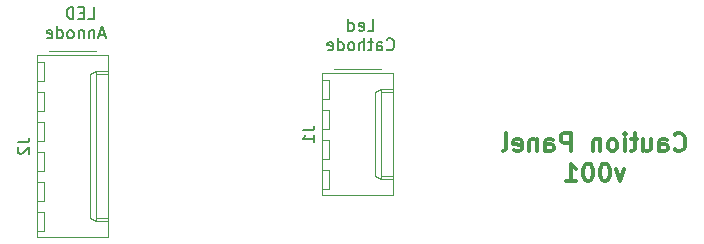
<source format=gbr>
G04 #@! TF.GenerationSoftware,KiCad,Pcbnew,(5.1.5-0-10_14)*
G04 #@! TF.CreationDate,2020-06-21T14:20:04+10:00*
G04 #@! TF.ProjectId,Caution_Light_Panel,43617574-696f-46e5-9f4c-696768745f50,rev?*
G04 #@! TF.SameCoordinates,Original*
G04 #@! TF.FileFunction,Legend,Bot*
G04 #@! TF.FilePolarity,Positive*
%FSLAX46Y46*%
G04 Gerber Fmt 4.6, Leading zero omitted, Abs format (unit mm)*
G04 Created by KiCad (PCBNEW (5.1.5-0-10_14)) date 2020-06-21 14:20:04*
%MOMM*%
%LPD*%
G04 APERTURE LIST*
%ADD10C,0.150000*%
%ADD11C,0.300000*%
%ADD12C,0.120000*%
G04 APERTURE END LIST*
D10*
X136659809Y-79637380D02*
X137136000Y-79637380D01*
X137136000Y-78637380D01*
X136326476Y-79113571D02*
X135993142Y-79113571D01*
X135850285Y-79637380D02*
X136326476Y-79637380D01*
X136326476Y-78637380D01*
X135850285Y-78637380D01*
X135421714Y-79637380D02*
X135421714Y-78637380D01*
X135183619Y-78637380D01*
X135040761Y-78685000D01*
X134945523Y-78780238D01*
X134897904Y-78875476D01*
X134850285Y-79065952D01*
X134850285Y-79208809D01*
X134897904Y-79399285D01*
X134945523Y-79494523D01*
X135040761Y-79589761D01*
X135183619Y-79637380D01*
X135421714Y-79637380D01*
X138112190Y-81001666D02*
X137636000Y-81001666D01*
X138207428Y-81287380D02*
X137874095Y-80287380D01*
X137540761Y-81287380D01*
X137207428Y-80620714D02*
X137207428Y-81287380D01*
X137207428Y-80715952D02*
X137159809Y-80668333D01*
X137064571Y-80620714D01*
X136921714Y-80620714D01*
X136826476Y-80668333D01*
X136778857Y-80763571D01*
X136778857Y-81287380D01*
X136302666Y-80620714D02*
X136302666Y-81287380D01*
X136302666Y-80715952D02*
X136255047Y-80668333D01*
X136159809Y-80620714D01*
X136016952Y-80620714D01*
X135921714Y-80668333D01*
X135874095Y-80763571D01*
X135874095Y-81287380D01*
X135255047Y-81287380D02*
X135350285Y-81239761D01*
X135397904Y-81192142D01*
X135445523Y-81096904D01*
X135445523Y-80811190D01*
X135397904Y-80715952D01*
X135350285Y-80668333D01*
X135255047Y-80620714D01*
X135112190Y-80620714D01*
X135016952Y-80668333D01*
X134969333Y-80715952D01*
X134921714Y-80811190D01*
X134921714Y-81096904D01*
X134969333Y-81192142D01*
X135016952Y-81239761D01*
X135112190Y-81287380D01*
X135255047Y-81287380D01*
X134064571Y-81287380D02*
X134064571Y-80287380D01*
X134064571Y-81239761D02*
X134159809Y-81287380D01*
X134350285Y-81287380D01*
X134445523Y-81239761D01*
X134493142Y-81192142D01*
X134540761Y-81096904D01*
X134540761Y-80811190D01*
X134493142Y-80715952D01*
X134445523Y-80668333D01*
X134350285Y-80620714D01*
X134159809Y-80620714D01*
X134064571Y-80668333D01*
X133207428Y-81239761D02*
X133302666Y-81287380D01*
X133493142Y-81287380D01*
X133588380Y-81239761D01*
X133636000Y-81144523D01*
X133636000Y-80763571D01*
X133588380Y-80668333D01*
X133493142Y-80620714D01*
X133302666Y-80620714D01*
X133207428Y-80668333D01*
X133159809Y-80763571D01*
X133159809Y-80858809D01*
X133636000Y-80954047D01*
D11*
X186328000Y-90700714D02*
X186399428Y-90772142D01*
X186613714Y-90843571D01*
X186756571Y-90843571D01*
X186970857Y-90772142D01*
X187113714Y-90629285D01*
X187185142Y-90486428D01*
X187256571Y-90200714D01*
X187256571Y-89986428D01*
X187185142Y-89700714D01*
X187113714Y-89557857D01*
X186970857Y-89415000D01*
X186756571Y-89343571D01*
X186613714Y-89343571D01*
X186399428Y-89415000D01*
X186328000Y-89486428D01*
X185042285Y-90843571D02*
X185042285Y-90057857D01*
X185113714Y-89915000D01*
X185256571Y-89843571D01*
X185542285Y-89843571D01*
X185685142Y-89915000D01*
X185042285Y-90772142D02*
X185185142Y-90843571D01*
X185542285Y-90843571D01*
X185685142Y-90772142D01*
X185756571Y-90629285D01*
X185756571Y-90486428D01*
X185685142Y-90343571D01*
X185542285Y-90272142D01*
X185185142Y-90272142D01*
X185042285Y-90200714D01*
X183685142Y-89843571D02*
X183685142Y-90843571D01*
X184328000Y-89843571D02*
X184328000Y-90629285D01*
X184256571Y-90772142D01*
X184113714Y-90843571D01*
X183899428Y-90843571D01*
X183756571Y-90772142D01*
X183685142Y-90700714D01*
X183185142Y-89843571D02*
X182613714Y-89843571D01*
X182970857Y-89343571D02*
X182970857Y-90629285D01*
X182899428Y-90772142D01*
X182756571Y-90843571D01*
X182613714Y-90843571D01*
X182113714Y-90843571D02*
X182113714Y-89843571D01*
X182113714Y-89343571D02*
X182185142Y-89415000D01*
X182113714Y-89486428D01*
X182042285Y-89415000D01*
X182113714Y-89343571D01*
X182113714Y-89486428D01*
X181185142Y-90843571D02*
X181328000Y-90772142D01*
X181399428Y-90700714D01*
X181470857Y-90557857D01*
X181470857Y-90129285D01*
X181399428Y-89986428D01*
X181328000Y-89915000D01*
X181185142Y-89843571D01*
X180970857Y-89843571D01*
X180828000Y-89915000D01*
X180756571Y-89986428D01*
X180685142Y-90129285D01*
X180685142Y-90557857D01*
X180756571Y-90700714D01*
X180828000Y-90772142D01*
X180970857Y-90843571D01*
X181185142Y-90843571D01*
X180042285Y-89843571D02*
X180042285Y-90843571D01*
X180042285Y-89986428D02*
X179970857Y-89915000D01*
X179828000Y-89843571D01*
X179613714Y-89843571D01*
X179470857Y-89915000D01*
X179399428Y-90057857D01*
X179399428Y-90843571D01*
X177542285Y-90843571D02*
X177542285Y-89343571D01*
X176970857Y-89343571D01*
X176828000Y-89415000D01*
X176756571Y-89486428D01*
X176685142Y-89629285D01*
X176685142Y-89843571D01*
X176756571Y-89986428D01*
X176828000Y-90057857D01*
X176970857Y-90129285D01*
X177542285Y-90129285D01*
X175399428Y-90843571D02*
X175399428Y-90057857D01*
X175470857Y-89915000D01*
X175613714Y-89843571D01*
X175899428Y-89843571D01*
X176042285Y-89915000D01*
X175399428Y-90772142D02*
X175542285Y-90843571D01*
X175899428Y-90843571D01*
X176042285Y-90772142D01*
X176113714Y-90629285D01*
X176113714Y-90486428D01*
X176042285Y-90343571D01*
X175899428Y-90272142D01*
X175542285Y-90272142D01*
X175399428Y-90200714D01*
X174685142Y-89843571D02*
X174685142Y-90843571D01*
X174685142Y-89986428D02*
X174613714Y-89915000D01*
X174470857Y-89843571D01*
X174256571Y-89843571D01*
X174113714Y-89915000D01*
X174042285Y-90057857D01*
X174042285Y-90843571D01*
X172756571Y-90772142D02*
X172899428Y-90843571D01*
X173185142Y-90843571D01*
X173328000Y-90772142D01*
X173399428Y-90629285D01*
X173399428Y-90057857D01*
X173328000Y-89915000D01*
X173185142Y-89843571D01*
X172899428Y-89843571D01*
X172756571Y-89915000D01*
X172685142Y-90057857D01*
X172685142Y-90200714D01*
X173399428Y-90343571D01*
X171828000Y-90843571D02*
X171970857Y-90772142D01*
X172042285Y-90629285D01*
X172042285Y-89343571D01*
X182078000Y-92393571D02*
X181720857Y-93393571D01*
X181363714Y-92393571D01*
X180506571Y-91893571D02*
X180363714Y-91893571D01*
X180220857Y-91965000D01*
X180149428Y-92036428D01*
X180078000Y-92179285D01*
X180006571Y-92465000D01*
X180006571Y-92822142D01*
X180078000Y-93107857D01*
X180149428Y-93250714D01*
X180220857Y-93322142D01*
X180363714Y-93393571D01*
X180506571Y-93393571D01*
X180649428Y-93322142D01*
X180720857Y-93250714D01*
X180792285Y-93107857D01*
X180863714Y-92822142D01*
X180863714Y-92465000D01*
X180792285Y-92179285D01*
X180720857Y-92036428D01*
X180649428Y-91965000D01*
X180506571Y-91893571D01*
X179078000Y-91893571D02*
X178935142Y-91893571D01*
X178792285Y-91965000D01*
X178720857Y-92036428D01*
X178649428Y-92179285D01*
X178578000Y-92465000D01*
X178578000Y-92822142D01*
X178649428Y-93107857D01*
X178720857Y-93250714D01*
X178792285Y-93322142D01*
X178935142Y-93393571D01*
X179078000Y-93393571D01*
X179220857Y-93322142D01*
X179292285Y-93250714D01*
X179363714Y-93107857D01*
X179435142Y-92822142D01*
X179435142Y-92465000D01*
X179363714Y-92179285D01*
X179292285Y-92036428D01*
X179220857Y-91965000D01*
X179078000Y-91893571D01*
X177149428Y-93393571D02*
X178006571Y-93393571D01*
X177578000Y-93393571D02*
X177578000Y-91893571D01*
X177720857Y-92107857D01*
X177863714Y-92250714D01*
X178006571Y-92322142D01*
D10*
X160337428Y-80653380D02*
X160813619Y-80653380D01*
X160813619Y-79653380D01*
X159623142Y-80605761D02*
X159718380Y-80653380D01*
X159908857Y-80653380D01*
X160004095Y-80605761D01*
X160051714Y-80510523D01*
X160051714Y-80129571D01*
X160004095Y-80034333D01*
X159908857Y-79986714D01*
X159718380Y-79986714D01*
X159623142Y-80034333D01*
X159575523Y-80129571D01*
X159575523Y-80224809D01*
X160051714Y-80320047D01*
X158718380Y-80653380D02*
X158718380Y-79653380D01*
X158718380Y-80605761D02*
X158813619Y-80653380D01*
X159004095Y-80653380D01*
X159099333Y-80605761D01*
X159146952Y-80558142D01*
X159194571Y-80462904D01*
X159194571Y-80177190D01*
X159146952Y-80081952D01*
X159099333Y-80034333D01*
X159004095Y-79986714D01*
X158813619Y-79986714D01*
X158718380Y-80034333D01*
X161980285Y-82208142D02*
X162027904Y-82255761D01*
X162170761Y-82303380D01*
X162266000Y-82303380D01*
X162408857Y-82255761D01*
X162504095Y-82160523D01*
X162551714Y-82065285D01*
X162599333Y-81874809D01*
X162599333Y-81731952D01*
X162551714Y-81541476D01*
X162504095Y-81446238D01*
X162408857Y-81351000D01*
X162266000Y-81303380D01*
X162170761Y-81303380D01*
X162027904Y-81351000D01*
X161980285Y-81398619D01*
X161123142Y-82303380D02*
X161123142Y-81779571D01*
X161170761Y-81684333D01*
X161266000Y-81636714D01*
X161456476Y-81636714D01*
X161551714Y-81684333D01*
X161123142Y-82255761D02*
X161218380Y-82303380D01*
X161456476Y-82303380D01*
X161551714Y-82255761D01*
X161599333Y-82160523D01*
X161599333Y-82065285D01*
X161551714Y-81970047D01*
X161456476Y-81922428D01*
X161218380Y-81922428D01*
X161123142Y-81874809D01*
X160789809Y-81636714D02*
X160408857Y-81636714D01*
X160646952Y-81303380D02*
X160646952Y-82160523D01*
X160599333Y-82255761D01*
X160504095Y-82303380D01*
X160408857Y-82303380D01*
X160075523Y-82303380D02*
X160075523Y-81303380D01*
X159646952Y-82303380D02*
X159646952Y-81779571D01*
X159694571Y-81684333D01*
X159789809Y-81636714D01*
X159932666Y-81636714D01*
X160027904Y-81684333D01*
X160075523Y-81731952D01*
X159027904Y-82303380D02*
X159123142Y-82255761D01*
X159170761Y-82208142D01*
X159218380Y-82112904D01*
X159218380Y-81827190D01*
X159170761Y-81731952D01*
X159123142Y-81684333D01*
X159027904Y-81636714D01*
X158885047Y-81636714D01*
X158789809Y-81684333D01*
X158742190Y-81731952D01*
X158694571Y-81827190D01*
X158694571Y-82112904D01*
X158742190Y-82208142D01*
X158789809Y-82255761D01*
X158885047Y-82303380D01*
X159027904Y-82303380D01*
X157837428Y-82303380D02*
X157837428Y-81303380D01*
X157837428Y-82255761D02*
X157932666Y-82303380D01*
X158123142Y-82303380D01*
X158218380Y-82255761D01*
X158266000Y-82208142D01*
X158313619Y-82112904D01*
X158313619Y-81827190D01*
X158266000Y-81731952D01*
X158218380Y-81684333D01*
X158123142Y-81636714D01*
X157932666Y-81636714D01*
X157837428Y-81684333D01*
X156980285Y-82255761D02*
X157075523Y-82303380D01*
X157266000Y-82303380D01*
X157361238Y-82255761D01*
X157408857Y-82160523D01*
X157408857Y-81779571D01*
X157361238Y-81684333D01*
X157266000Y-81636714D01*
X157075523Y-81636714D01*
X156980285Y-81684333D01*
X156932666Y-81779571D01*
X156932666Y-81874809D01*
X157408857Y-81970047D01*
D12*
X132952000Y-97574000D02*
X132352000Y-97574000D01*
X132952000Y-95974000D02*
X132952000Y-97574000D01*
X132352000Y-95974000D02*
X132952000Y-95974000D01*
X132952000Y-95034000D02*
X132352000Y-95034000D01*
X132952000Y-93434000D02*
X132952000Y-95034000D01*
X132352000Y-93434000D02*
X132952000Y-93434000D01*
X132952000Y-92494000D02*
X132352000Y-92494000D01*
X132952000Y-90894000D02*
X132952000Y-92494000D01*
X132352000Y-90894000D02*
X132952000Y-90894000D01*
X132952000Y-89954000D02*
X132352000Y-89954000D01*
X132952000Y-88354000D02*
X132952000Y-89954000D01*
X132352000Y-88354000D02*
X132952000Y-88354000D01*
X132952000Y-87414000D02*
X132352000Y-87414000D01*
X132952000Y-85814000D02*
X132952000Y-87414000D01*
X132352000Y-85814000D02*
X132952000Y-85814000D01*
X132952000Y-84874000D02*
X132352000Y-84874000D01*
X132952000Y-83274000D02*
X132952000Y-84874000D01*
X132352000Y-83274000D02*
X132952000Y-83274000D01*
X138372000Y-96524000D02*
X137372000Y-96524000D01*
X138372000Y-84324000D02*
X137372000Y-84324000D01*
X136842000Y-96524000D02*
X137372000Y-96774000D01*
X136842000Y-84324000D02*
X136842000Y-96524000D01*
X137372000Y-84074000D02*
X136842000Y-84324000D01*
X137372000Y-96774000D02*
X138372000Y-96774000D01*
X137372000Y-84074000D02*
X137372000Y-96774000D01*
X138372000Y-84074000D02*
X137372000Y-84074000D01*
X133382000Y-82404000D02*
X137382000Y-82404000D01*
X132352000Y-98154000D02*
X132352000Y-82694000D01*
X138372000Y-98154000D02*
X132352000Y-98154000D01*
X138372000Y-82694000D02*
X138372000Y-98154000D01*
X132352000Y-82694000D02*
X138372000Y-82694000D01*
X157082000Y-94018000D02*
X156482000Y-94018000D01*
X157082000Y-92418000D02*
X157082000Y-94018000D01*
X156482000Y-92418000D02*
X157082000Y-92418000D01*
X157082000Y-91478000D02*
X156482000Y-91478000D01*
X157082000Y-89878000D02*
X157082000Y-91478000D01*
X156482000Y-89878000D02*
X157082000Y-89878000D01*
X157082000Y-88938000D02*
X156482000Y-88938000D01*
X157082000Y-87338000D02*
X157082000Y-88938000D01*
X156482000Y-87338000D02*
X157082000Y-87338000D01*
X157082000Y-86398000D02*
X156482000Y-86398000D01*
X157082000Y-84798000D02*
X157082000Y-86398000D01*
X156482000Y-84798000D02*
X157082000Y-84798000D01*
X162502000Y-92968000D02*
X161502000Y-92968000D01*
X162502000Y-85848000D02*
X161502000Y-85848000D01*
X160972000Y-92968000D02*
X161502000Y-93218000D01*
X160972000Y-85848000D02*
X160972000Y-92968000D01*
X161502000Y-85598000D02*
X160972000Y-85848000D01*
X161502000Y-93218000D02*
X162502000Y-93218000D01*
X161502000Y-85598000D02*
X161502000Y-93218000D01*
X162502000Y-85598000D02*
X161502000Y-85598000D01*
X157512000Y-83928000D02*
X161512000Y-83928000D01*
X156482000Y-94598000D02*
X156482000Y-84218000D01*
X162502000Y-94598000D02*
X156482000Y-94598000D01*
X162502000Y-84218000D02*
X162502000Y-94598000D01*
X156482000Y-84218000D02*
X162502000Y-84218000D01*
D10*
X130714380Y-90090666D02*
X131428666Y-90090666D01*
X131571523Y-90043047D01*
X131666761Y-89947809D01*
X131714380Y-89804952D01*
X131714380Y-89709714D01*
X130809619Y-90519238D02*
X130762000Y-90566857D01*
X130714380Y-90662095D01*
X130714380Y-90900190D01*
X130762000Y-90995428D01*
X130809619Y-91043047D01*
X130904857Y-91090666D01*
X131000095Y-91090666D01*
X131142952Y-91043047D01*
X131714380Y-90471619D01*
X131714380Y-91090666D01*
X154844380Y-89074666D02*
X155558666Y-89074666D01*
X155701523Y-89027047D01*
X155796761Y-88931809D01*
X155844380Y-88788952D01*
X155844380Y-88693714D01*
X155844380Y-90074666D02*
X155844380Y-89503238D01*
X155844380Y-89788952D02*
X154844380Y-89788952D01*
X154987238Y-89693714D01*
X155082476Y-89598476D01*
X155130095Y-89503238D01*
M02*

</source>
